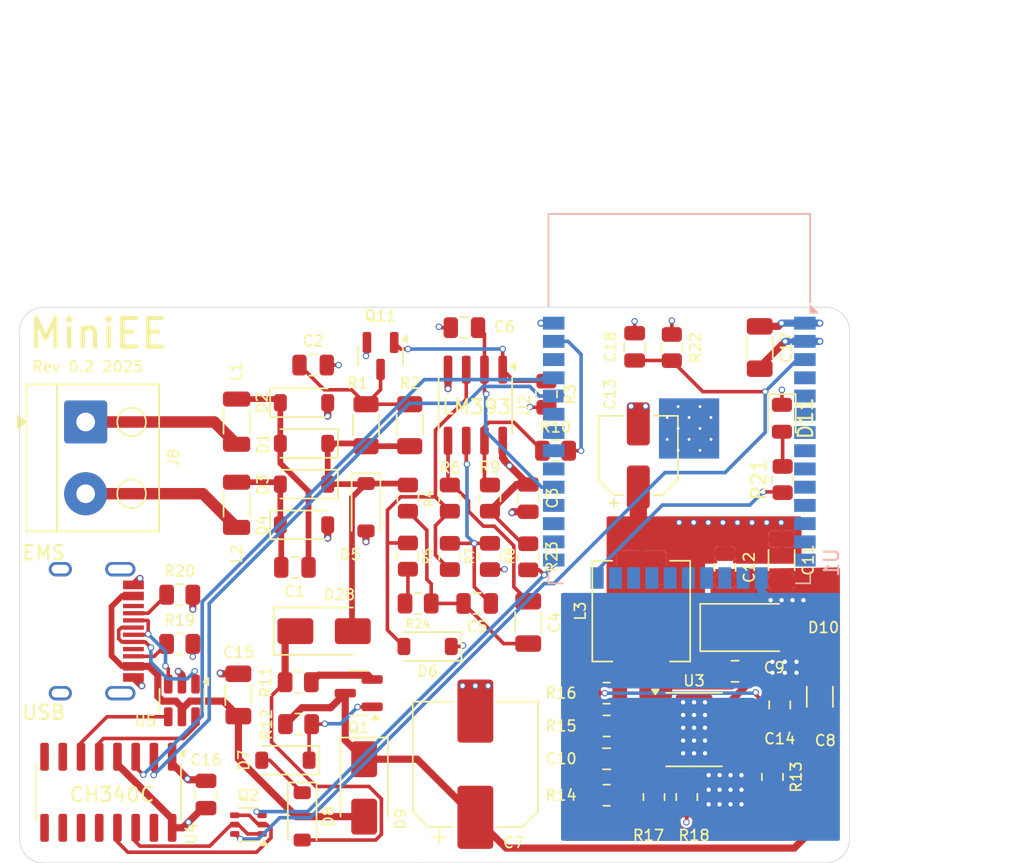
<source format=kicad_pcb>
(kicad_pcb (version 20241229) (generator "pcbnew") (generator_version "9.0")
  (layers (0 "F.Cu" signal) (4 "In1.Cu" power) (6 "In2.Cu" power) (2 "B.Cu" signal) (13 "F.Paste" user) (15 "B.Paste" user) (5 "F.SilkS" user "F.Silkscreen") (7 "B.SilkS" user "B.Silkscreen") (1 "F.Mask" user) (3 "B.Mask" user) (25 "Edge.Cuts" user))
  (net 0 "")
  (net 1 "Net-(D1-A)")
  (net 2 "Net-(D3-A)")
  (net 3 "GND")
  (net 4 "Net-(Q11-C)")
  (net 5 "VDD")
  (net 6 "Net-(U2B-+)")
  (net 7 "Net-(C4-Pad2)")
  (net 8 "Net-(U2B--)")
  (net 9 "TX")
  (net 10 "/EMS interface/BUCK_VIN")
  (net 11 "Net-(U3-BST)")
  (net 12 "Net-(C10-Pad1)")
  (net 13 "Net-(U3-COMP)")
  (net 14 "VUSB")
  (net 15 "/EMS interface/U_EMS")
  (net 16 "/EMS interface/EMS_UREF")
  (net 17 "Net-(D7-A)")
  (net 18 "Net-(D7-K)")
  (net 19 "Net-(D28-K)")
  (net 20 "Net-(J8-Pin_2)")
  (net 21 "Net-(J8-Pin_1)")
  (net 22 "Net-(Q1-E)")
  (net 23 "Net-(Q2A-B1)")
  (net 24 "Net-(Q2A-E1)")
  (net 25 "ESP_BOOT")
  (net 26 "ESP_EN")
  (net 27 "Net-(Q11-B)")
  (net 28 "Net-(R10-Pad1)")
  (net 29 "RX")
  (net 30 "/EMS interface/BUCK_FREQ")
  (net 31 "/EMS interface/BUCK_EN")
  (net 32 "/EMS interface/BUCK_FB")
  (net 33 "/CC2")
  (net 34 "/CC1")
  (net 36 "ESP_RX")
  (net 43 "Net-(D11-A)")
  (net 52 "Net-(R24-Pad2)")
  (net 63 "ESP_TX")
  (net 69 "/UD+")
  (net 72 "/UD-")
  (net 74 "/DP")
  (net 75 "/DN")
  (net 78 "/EMS interface/BUCK_SW")
  (net 79 "Net-(U1-IO2)")
  (footprint "Resistor_SMD:R_0805_2012Metric" (layer "F.Cu") (at 107.696 92.202 -90)
    (property "Reference" "R3")
    (property "Value" "4K7")
  )
  (footprint "Package_TO_SOT_SMD:SOT-23" (layer "F.Cu") (at 94.615 113.03 180)
    (property "Reference" "Q1")
    (property "Value" "BC858")
  )
  (footprint "Capacitor_SMD:C_0805_2012Metric" (layer "F.Cu") (at 120.838 111.506 180)
    (property "Reference" "C9")
    (property "Value" "100n")
  )
  (footprint "Capacitor_SMD:C_0805_2012Metric" (layer "F.Cu") (at 106.426 99.441 -90)
    (property "Reference" "C3")
    (property "Value" "100n")
  )
  (footprint "Capacitor_SMD:C_0805_2012Metric" (layer "F.Cu") (at 120.142 104.267 -90)
    (property "Reference" "C12")
    (property "Value" "100n")
  )
  (footprint "Diode_SMD:D_SOD-123" (layer "F.Cu") (at 90.805 101.303667)
    (property "Reference" "D4")
    (property "Value" "BAT43")
  )
  (footprint "Capacitor_SMD:C_0805_2012Metric" (layer "F.Cu") (at 123.952 113.853 90)
    (property "Reference" "C14")
    (property "Value" "100n")
  )
  (footprint "TerminalBlock_Altech:Altech_AK100_1x02_P5.00mm" (layer "F.Cu") (at 75.5904 94.136 -90)
    (property "Reference" "J8")
    (property "Value" "EMS")
  )
  (footprint "Capacitor_SMD:C_1206_3216Metric" (layer "F.Cu") (at 86.233 113.157 90)
    (property "Reference" "C15")
    (property "Value" "10u")
  )
  (footprint "Package_SO:SOIC-8_3.9x4.9mm_P1.27mm" (layer "F.Cu") (at 102.743 92.964 -90)
    (property "Reference" "U2")
    (property "Value" "LM393")
  )
  (footprint "Package_TO_SOT_SMD:SOT-23" (layer "F.Cu") (at 96.139 89.535 -90)
    (property "Reference" "Q11")
    (property "Value" "BC848")
  )
  (footprint "Resistor_SMD:R_0805_2012Metric" (layer "F.Cu") (at 103.759 103.505 -90)
    (property "Reference" "R8")
    (property "Value" "100K")
  )
  (footprint "Package_SO:SOIC-16_3.9x9.9mm_P1.27mm" (layer "F.Cu") (at 77.171 119.938189 -90)
    (property "Reference" "U4")
    (property "Value" "CH340C")
  )
  (footprint "Resistor_SMD:R_0805_2012Metric" (layer "F.Cu") (at 98.044 99.441 -90)
    (property "Reference" "R4")
    (property "Value" "10K")
  )
  (footprint "Resistor_SMD:R_0805_2012Metric" (layer "F.Cu") (at 111.887 120.142)
    (property "Reference" "R14")
    (property "Value" "100K")
  )
  (footprint "Resistor_SMD:R_0805_2012Metric" (layer "F.Cu") (at 123.444 118.872 -90)
    (property "Reference" "R13")
    (property "Value" "100K")
  )
  (footprint "Diode_SMD:D_SMA" (layer "F.Cu") (at 121.92 108.458)
    (property "Reference" "D10")
    (property "Value" "SS34")
  )
  (footprint "Resistor_SMD:R_0805_2012Metric" (layer "F.Cu") (at 98.7552 106.7816 180)
    (property "Reference" "R24")
    (property "Value" "33")
  )
  (footprint "LED_SMD:LED_0805_2012Metric" (layer "F.Cu") (at 124.1044 93.8784 -90)
    (property "Reference" "D11")
    (property "Value" "LED")
  )
  (footprint "Capacitor_SMD:C_0805_2012Metric" (layer "F.Cu") (at 101.981 87.565)
    (property "Reference" "C6")
    (property "Value" "10n")
  )
  (footprint "Diode_SMD:D_SOD-123" (layer "F.Cu") (at 90.805 95.631 180)
    (property "Reference" "D1")
    (property "Value" "BAT43")
  )
  (footprint "Inductor_SMD:L_APV_APH0650" (layer "F.Cu") (at 114.3 107.315 90)
    (property "Reference" "L3")
    (property "Value" "4u7")
  )
  (footprint "Resistor_SMD:R_0805_2012Metric" (layer "F.Cu") (at 111.887 115.316 180)
    (property "Reference" "R15")
    (property "Value" "100K")
  )
  (footprint "Resistor_SMD:R_0805_2012Metric" (layer "F.Cu") (at 90.424 115.189)
    (property "Reference" "R12")
    (property "Value" "10K")
  )
  (footprint "Diode_SMD:D_SOD-123" (layer "F.Cu") (at 89.5096 117.7036 180)
    (property "Reference" "D7")
    (property "Value" "1N4148")
  )
  (footprint "Resistor_SMD:R_0805_2012Metric" (layer "F.Cu") (at 100.965 99.441 -90)
    (property "Reference" "R6")
    (property "Value" "47K")
  )
  (footprint "Resistor_SMD:R_0805_2012Metric" (layer "F.Cu") (at 100.965 103.505 -90)
    (property "Reference" "R7")
    (property "Value" "10K")
  )
  (footprint "Resistor_SMD:R_0805_2012Metric" (layer "F.Cu") (at 103.759 99.441 90)
    (property "Reference" "R9")
    (property "Value" "4K7")
  )
  (footprint "Package_SO:SOIC-8_3.9x4.9mm_P1.27mm" (layer "F.Cu") (at 117.983 115.57)
    (property "Reference" "U3")
    (property "Value" "MP1584")
  )
  (footprint "Capacitor_SMD:C_1206_3216Metric" (layer "F.Cu") (at 126.746 113.284 90)
    (property "Reference" "C8")
    (property "Value" "22u")
  )
  (footprint "Resistor_SMD:R_0805_2012Metric" (layer "F.Cu") (at 111.887 113.03)
    (property "Reference" "R16")
    (property "Value" "100K")
  )
  (footprint "Capacitor_SMD:C_1206_3216Metric" (layer "F.Cu") (at 124.079 103.759 -90)
    (property "Reference" "C11")
    (property "Value" "47u")
  )
  (footprint "Resistor_SMD:R_0805_2012Metric" (layer "F.Cu") (at 90.4005 112.268 180)
    (property "Reference" "R11")
    (property "Value" "6R8")
  )
  (footprint "Diode_SMD:D_SOD-123" (layer "F.Cu") (at 90.805 92.794667)
    (property "Reference" "D2")
    (property "Value" "BAT43")
  )
  (footprint "Resistor_SMD:R_0805_2012Metric" (layer "F.Cu") (at 116.4336 88.9508 -90)
    (property "Reference" "R22")
    (property "Value" "10K")
  )
  (footprint "Capacitor_SMD:C_0805_2012Metric" (layer "F.Cu") (at 90.17 104.267 180)
    (property "Reference" "C1")
    (property "Value" "68p")
  )
  (footprint "Capacitor_SMD:C_0805_2012Metric" (layer "F.Cu") (at 91.44 90.17)
    (property "Reference" "C2")
    (property "Value" "1n5")
  )
  (footprint "Diode_SMD:D_SOD-123" (layer "F.Cu") (at 99.4156 109.7788 180)
    (property "Reference" "D6")
    (property "Value" "1N4148")
  )
  (footprint "Resistor_SMD:R_1206_3216Metric" (layer "F.Cu") (at 95.123 94.361 90)
    (property "Reference" "R1")
    (property "Value" "470")
  )
  (footprint "Capacitor_SMD:C_0805_2012Metric" (layer "F.Cu") (at 113.8428 88.9 90)
    (property "Reference" "C18")
    (property "Value" "1u")
  )
  (footprint "Resistor_SMD:R_0805_2012Metric" (layer "F.Cu") (at 115.189 120.269 -90)
    (property "Reference" "R17")
    (property "Value" "8K2")
  )
  (footprint "Capacitor_SMD:C_0805_2012Metric" (layer "F.Cu") (at 83.9724 120.0912 90)
    (property "Reference" "C16")
    (property "Value" "100n")
  )
  (footprint "Resistor_SMD:R_0805_2012Metric" (layer "F.Cu") (at 108.331 96.139)
    (property "Reference" "R10")
    (property "Value" "100")
  )
  (footprint "Capacitor_SMD:CP_Elec_5x5.4" (layer "F.Cu") (at 114.0968 96.4692 90)
    (property "Reference" "C13")
    (property "Value" "100u")
  )
  (footprint "Diode_SMD:D_SOD-123" (layer "F.Cu") (at 90.678 121.6152 -90)
    (property "Reference" "D8")
    (property "Value" "1N4148")
  )
  (footprint "Resistor_SMD:R_0805_2012Metric" (layer "F.Cu") (at 124.1552 98.1456 90)
    (property "Reference" "R21")
    (property "Value" "220")
  )
  (footprint "Capacitor_SMD:CP_Elec_8x10.5" (layer "F.Cu") (at 102.743 117.983 90)
    (property "Reference" "C7")
    (property "Value" "330u")
  )
  (footprint "Capacitor_SMD:C_0805_2012Metric" (layer "F.Cu") (at 111.887 117.602)
    (property "Reference" "C10")
    (property "Value" "120p")
  )
  (footprint "Resistor_SMD:R_0805_2012Metric" (layer "F.Cu") (at 82.1455 106.172)
    (property "Reference" "R20")
    (property "Value" "5K1")
  )
  (footprint "Capacitor_SMD:C_0805_2012Metric" (layer "F.Cu") (at 102.87 106.7816)
    (property "Reference" "C5")
    (property "Value" "1n")
  )
  (footprint "Inductor_SMD:L_1206_3216Metric" (layer "F.Cu") (at 86.106 94.115667 90)
    (property "Reference" "L1")
    (property "Value" "4u7")
  )
  (footprint "Capacitor_SMD:C_1206_3216Metric" (layer "F.Cu") (at 122.555 88.949 -90)
    (property "Reference" "C17")
    (property "Value" "22u")
  )
  (footprint "spetry:HRO-TYPE-C-31-M-12" (layer "F.Cu") (at 71.226 108.712 -90)
    (property "Reference" "USB1" (hide yes))
    (property "Value" "POWER" (hide yes))
  )
  (footprint "Diode_SMD:D_SMA" (layer "F.Cu") (at 92.202 108.712)
    (property "Reference" "D28")
    (property "Value" "SS14")
  )
  (footprint "Resistor_SMD:R_1206_3216Metric" (layer "F.Cu") (at 98.171 94.361 90)
    (property "Reference" "R2")
    (property "Value" "470")
  )
  (footprint "Capacitor_SMD:C_1206_3216Metric" (layer "F.Cu") (at 106.426 108.1024 -90)
    (property "Reference" "C4")
    (property "Value" "10u")
  )
  (footprint "Diode_SMD:D_SMA" (layer "F.Cu") (at 94.996 119.634 -90)
    (property "Reference" "D9")
    (property "Value" "SS14")
  )
  (footprint "Resistor_SMD:R_0805_2012Metric" (layer "F.Cu") (at 82.1455 109.601)
    (property "Reference" "R19")
    (property "Value" "5K1")
  )
  (footprint "Resistor_SMD:R_0805_2012Metric" (layer "F.Cu") (at 98.044 103.4796 90)
    (property "Reference" "R5")
    (property "Value" "330")
  )
  (footprint "Diode_SMD:D_SOD-123" (layer "F.Cu") (at 90.805 98.467334 180)
    (property "Reference" "D3")
    (property "Value" "BAT43")
  )
  (footprint "Resistor_SMD:R_0805_2012Metric" (layer "F.Cu") (at 117.475 120.269 -90)
    (property "Reference" "R18")
    (property "Value" "27K")
  )
  (footprint "Inductor_SMD:L_1206_3216Metric" (layer "F.Cu") (at 86.106 99.906667 90)
    (property "Reference" "L2")
    (property "Value" "4u7")
  )
  (footprint "Package_TO_SOT_SMD:SOT-23-6" (layer "F.Cu") (at 82.296 113.538 -90)
    (property "Reference" "U5")
    (property "Value" "USBLC6")
  )
  (footprint "Resistor_SMD:R_0805_2012Metric" (layer "F.Cu") (at 106.426 103.5304 -90)
    (property "Reference" "R23")
    (property "Value" "10K")
  )
  (footprint "Package_TO_SOT_SMD:SOT-363_SC-70-6" (layer "F.Cu") (at 86.929 122.189 180)
    (property "Reference" "Q2")
    (property "Value" "UMH3N")
  )
  (footprint "Diode_SMD:D_SOD-123" (layer "F.Cu") (at 95.123 100.076 -90)
    (property "Reference" "D5")
    (property "Value" "BAT43")
  )
  (footprint "RF_Module:ESP32-WROOM-32" (layer "B.Cu") (at 116.954 95.499 180)
    (property "Reference" "U1")
    (property "Value" "ESP32-WROOM-32")
  )
  (gr_arc (start 70.995381 87.817297) (mid 71.469512 86.632962) (end 72.646173 86.140094) (stroke (width 0.05)) (layer "Edge.Cuts"))
  (gr_line (start 72.654326 86.140094) (end 127.135694 86.140302) (stroke (width 0.05)) (layer "Edge.Cuts"))
  (gr_line (start 70.995212 123.19629) (end 70.995381 87.817297) (stroke (width 0.05)) (layer "Edge.Cuts"))
  (gr_arc (start 72.672376 124.847082) (mid 71.488041 124.372951) (end 70.995173 123.19629) (stroke (width 0.05)) (layer "Edge.Cuts"))
  (gr_line (start 127.161883 124.851267) (end 72.672376 124.847082) (stroke (width 0.05)) (layer "Edge.Cuts"))
  (gr_arc (start 127.13568 86.140302) (mid 128.320015 86.614433) (end 128.812883 87.791094) (stroke (width 0.05)) (layer "Edge.Cuts"))
  (gr_line (start 128.812883 87.799814) (end 128.812675 123.174064) (stroke (width 0.05)) (layer "Edge.Cuts"))
  (gr_arc (start 128.812675 123.174064) (mid 128.338544 124.358399) (end 127.161883 124.851267) (stroke (width 0.05)) (layer "Edge.Cuts"))
  (gr_text "MiniEE" (at 71.473717 89.144238 0) (layer "F.SilkS") (effects (font (size 2 2) (thickness 0.3)) (justify left bottom)))
  (gr_text "EMS" (at 71.0692 103.8352 0) (layer "F.SilkS") (effects (font (size 1 1)) (justify left bottom)))
  (gr_text "LM393" (at 100.33 93.6752 0) (layer "F.SilkS") (effects (font (size 1 1)) (justify left bottom)))
  (gr_text "USB" (at 71.0692 114.9604 0) (layer "F.SilkS") (effects (font (size 1 1)) (justify left bottom)))
  (gr_text "Rev 0.2 2025" (at 71.778517 90.719038 0) (layer "F.SilkS") (effects (font (size 0.75 0.75) (thickness 0.12)) (justify left bottom)))
  (gr_text "CH340C" (at 74.377 120.685989 0) (layer "F.SilkS") (effects (font (size 1 1)) (justify left bottom)))
  (segment (start 89.155 95.631) (end 89.155 92.794667) (width 0.4) (layer "F.Cu") (net 1))
  (segment (start 89.155 97.011158) (end 89.155 95.631) (width 0.4) (layer "F.Cu") (net 1))
  (segment (start 91.12 104.267) (end 91.12 98.976158) (width 0.4) (layer "F.Cu") (net 1))
  (segment (start 86.106 92.540667) (end 88.901 92.540667) (width 0.4) (layer "F.Cu") (net 1))
  (segment (start 88.901 92.540667) (end 89.155 92.794667) (width 0.4) (layer "F.Cu") (net 1))
  (segment (start 91.12 98.976158) (end 89.155 97.011158) (width 0.4) (layer "F.Cu") (net 1))
  (segment (start 89.019333 98.331667) (end 89.155 98.467334) (width 0.4) (layer "F.Cu") (net 2))
  (segment (start 89.22 101.368667) (end 89.155 101.303667) (width 0.4) (layer "F.Cu") (net 2))
  (segment (start 86.106 98.331667) (end 89.019333 98.331667) (width 0.4) (layer "F.Cu") (net 2))
  (segment (start 89.155 101.303667) (end 89.155 98.467334) (width 0.4) (layer "F.Cu") (net 2))
  (segment (start 89.22 104.267) (end 89.22 101.368667) (width 0.4) (layer "F.Cu") (net 2))
  (segment (start 124.1044 92.9409) (end 124.1044 91.8972) (width 0.25) (layer "F.Cu") (net 3))
  (segment (start 83.9724 119.1412) (end 83.8962 119.065) (width 0.5) (layer "F.Cu") (net 3))
  (segment (start 92.39 90.17) (end 93.218 90.17) (width 0.25) (layer "F.Cu") (net 3))
  (segment (start 82.296 112.4005) (end 82.296 111.76) (width 0.5) (layer "F.Cu") (net 3))
  (segment (start 92.455 102.234) (end 92.456 102.235) (width 0.5) (layer "F.Cu") (net 3))
  (segment (start 122.555 87.474) (end 123.854 87.474) (width 0.5) (layer "F.Cu") (net 3))
  (segment (start 81.616 117.463189) (end 81.616 117.938) (width 0.5) (layer "F.Cu") (net 3))
  (segment (start 82.296 111.76) (end 82.042 111.506) (width 0.5) (layer "F.Cu") (net 3))
  (segment (start 78.921 105.487) (end 78.921 105.483) (width 0.5) (layer "F.Cu") (net 3))
  (segment (start 105.349 100.391) (end 105.283 100.457) (width 0.5) (layer "F.Cu") (net 3))
  (segment (start 106.426 100.391) (end 105.349 100.391) (width 0.5) (layer "F.Cu") (net 3))
  (segment (start 100.265 87.565) (end 100.203 87.503) (width 0.25) (layer "F.Cu") (net 3))
  (segment (start 78.921 105.483) (end 79.375 105.029) (width 0.5) (layer "F.Cu") (net 3))
  (segment (start 86.233 111.682) (end 85.012 111.682) (width 0.5) (layer "F.Cu") (net 3))
  (segment (start 78.921 111.941) (end 79.502 112.522) (width 0.5) (layer "F.Cu") (net 3))
  (segment (start 104.7515 104.4175) (end 104.775 104.394) (width 0.25) (layer "F.Cu") (net 3))
  (segment (start 83.058 106.172) (end 83.058 107.188) (width 0.5) (layer "F.Cu") (net 3))
  (segment (start 101.031 87.565) (end 100.265 87.565) (width 0.25) (layer "F.Cu") (net 3))
  (segment (start 100.838 90.489) (end 100.838 91.821) (width 0.5) (layer "F.Cu") (net 3))
  (segment (start 101.822736 109.7788) (end 101.889168 109.712368) (width 0.25) (layer "F.Cu") (net 3))
  (segment (start 92.455 101.303667) (end 92.455 102.234) (width 0.5) (layer "F.Cu") (net 3))
  (segment (start 95.189 88.5975) (end 95.189 89.469) (width 0.25) (layer "F.Cu") (net 3))
  (segment (start 123.854 87.474) (end 124.079 87.249) (width 0.5) (layer "F.Cu") (net 3))
  (segment (start 85.012 111.682) (end 84.963 111.633) (width 0.5) (layer "F.Cu") (net 3))
  (segment (start 83.8962 119.065) (end 82.743 119.065) (width 0.5) (layer "F.Cu") (net 3))
  (segment (start 95.189 89.469) (end 95.123 89.535) (width 0.25) (layer "F.Cu") (net 3))
  (segment (start 81.616 117.938) (end 82.677 118.999) (width 0.5) (layer "F.Cu") (net 3))
  (segment (start 95.123 101.726) (end 95.123 102.489) (width 0.5) (layer "F.Cu") (net 3))
  (segment (start 113.8428 87.95) (end 113.8428 87.122) (width 0.25) (layer "F.Cu") (net 3))
  (segment (start 101.0656 109.7788) (end 101.822736 109.7788) (width 0.25) (layer "F.Cu") (net 3))
  (segment (start 78.921 111.937) (end 78.921 111.941) (width 0.5) (layer "F.Cu") (net 3))
  (segment (start 92.455 92.794667) (end 92.455 93.725) (width 0.5) (layer "F.Cu") (net 3))
  (segment (start 92.455 93.725) (end 92.456 93.726) (width 0.5) (layer "F.Cu") (net 3))
  (segment (start 103.759 104.4175) (end 104.7515 104.4175) (width 0.25) (layer "F.Cu") (net 3))
  (segment (start 83.058 109.601) (end 83.058 110.49) (width 0.25) (layer "F.Cu") (net 3))
  (segment (start 82.743 119.065) (end 82.677 118.999) (width 0.5) (layer "F.Cu") (net 3))
  (via (at 118.745 115.443) (size 0.45) (drill 0.3) (layers "F.Cu" "B.Cu") (net 3))
  (via (at 79.502 112.522) (size 0.45) (drill 0.3) (layers "F.Cu" "B.Cu") (net 3))
  (via (at 118.745 114.554) (size 0.45) (drill 0.3) (layers "F.Cu" "B.Cu") (net 3))
  (via (at 103.632 112.522) (size 0.45) (drill 0.3) (layers "F.Cu" "B.Cu") (net 3))
  (via (at 117.221 115.443) (size 0.45) (drill 0.3) (layers "F.Cu" "B.Cu") (net 3))
  (via (at 125.603 106.553) (size 0.45) (drill 0.3) (layers "F.Cu" "B.Cu") (net 3))
  (via (at 117.221 116.332) (size 0.45) (drill 0.3) (layers "F.Cu" "B.Cu") (net 3))
  (via (at 123.444 110.8456) (size 0.45) (drill 0.3) (layers "F.Cu" "B.Cu") (net 3))
  (via (at 82.677 118.999) (size 0.45) (drill 0.3) (layers "F.Cu" "B.Cu") (net 3))
  (via (at 101.854 112.522) (size 0.45) (drill 0.3) (layers "F.Cu" "B.Cu") (net 3))
  (via (at 117.983 117.221) (size 0.45) (drill 0.3) (layers "F.Cu" "B.Cu") (net 3))
  (via (at 102.743 112.522) (size 0.45) (drill 0.3) (layers "F.Cu" "B.Cu") (net 3))
  (via (at 118.745 113.665) (size 0.45) (drill 0.3) (layers "F.Cu" "B.Cu") (net 3))
  (via (at 117.221 117.221) (size 0.45) (drill 0.3) (layers "F.Cu" "B.Cu") (net 3))
  (via (at 101.889168 109.712368) (size 0.45) (drill 0.3) (layers "F.Cu" "B.Cu") (net 3))
  (via (at 121.285 119.761) (size 0.45) (drill 0.3) (layers "F.Cu" "B.Cu") (net 3))
  (via (at 119.761 118.745) (size 0.45) (drill 0.3) (layers "F.Cu" "B.Cu") (net 3))
  (via (at 100.203 87.503) (size 0.45) (drill 0.3) (layers "F.Cu" "B.Cu") (net 3))
  (via (at 117.983 115.443) (size 0.45) (drill 0.3) (layers "F.Cu" "B.Cu") (net 3))
  (via (at 113.5888 93.0402) (size 0.45) (drill 0.3) (layers "F.Cu" "B.Cu") (net 3))
  (via (at 124.841 106.553) (size 0.45) (drill 0.3) (layers "F.Cu" "B.Cu") (net 3))
  (via (at 124.3076 111.6076) (size 0.45) (drill 0.3) (layers "F.Cu" "B.Cu") (net 3))
  (via (at 84.963 111.633) (size 0.45) (drill 0.3) (layers "F.Cu" "B.Cu") (net 3))
  (via (at 125.1204 110.8456) (size 0.45) (drill 0.3) (layers "F.Cu" "B.Cu") (net 3))
  (via (at 92.456 93.726) (size 0.45) (drill 0.3) (layers "F.Cu" "B.Cu") (net 3))
  (via (at 118.999 118.745) (size 0.45) (drill 0.3) (layers "F.Cu" "B.Cu") (net 3))
  (via (at 83.058 107.188) (size 0.45) (drill 0.3) (layers "F.Cu" "B.Cu") (net 3))
  (via (at 120.523 119.761) (size 0.45) (drill 0.3) (layers "F.Cu" "B.Cu") (net 3))
  (via (at 93.218 90.17) (size 0.45) (drill 0.3) (layers "F.Cu" "B.Cu") (net 3))
  (via (at 120.523 120.777) (size 0.45) (drill 0.3) (layers "F.Cu" "B.Cu") (net 3))
  (via (at 124.1044 91.8972) (size 0.45) (drill 0.3) (layers "F.Cu" "B.Cu") (net 3))
  (via (at 95.123 89.535) (size 0.45) (drill 0.3) (layers "F.Cu" "B.Cu") (net 3))
  (via (at 83.058 110.49) (size 0.45) (drill 0.3) (layers "F.Cu" "B.Cu") (net 3))
  (via (at 117.221 114.554) (size 0.45) (drill 0.3) (layers "F.Cu" "B.Cu") (net 3))
  (via (at 124.079 106.553) (size 0.45) (drill 0.3) (layers "F.Cu" "B.Cu") (net 3))
  (via (at 119.761 119.761) (size 0.45) (drill 0.3) (layers "F.Cu" "B.Cu") (net 3))
  (via (at 118.999 120.777) (size 0.45) (drill 0.3) (layers "F.Cu" "B.Cu") (net 3))
  (via (at 82.042 111.506) (size 0.45) (drill 0.3) (layers "F.Cu" "B.Cu") (net 3))
  (via (at 79.375 105.029) (size 0.45) (drill 0.3) (layers "F.Cu" "B.Cu") (net 3))
  (via (at 100.838 91.821) (size 0.45) (drill 0.3) (layers "F.Cu" "B.Cu") (net 3))
  (via (at 126.746 87.249) (size 0.45) (drill 0.3) (layers "F.Cu" "B.Cu") (net 3))
  (via (at 105.283 100.457) (size 0.45) (drill 0.3) (layers "F.Cu" "B.Cu") (net 3))
  (via (at 95.123 102.489) (size 0.45) (drill 0.3) (layers "F.Cu" "B.Cu") (net 3))
  (via (at 118.745 117.221) (size 0.45) (drill 0.3) (layers "F.Cu" "B.Cu") (net 3))
  (via (at 117.983 116.332) (size 0.45) (drill 0.3) (layers "F.Cu" "B.Cu") (net 3))
  (via (at 114.6048 93.0402) (size 0.45) (drill 0.3) (layers "F.Cu" "B.Cu") (net 3))
  (via (at 119.761 120.777) (size 0.45) (drill 0.3) (layers "F.Cu" "B.Cu") (net 3))
  (via (at 125.1204 111.6076) (size 0.45) (drill 0.3) (layers "F.Cu" "B.Cu") (net 3))
  (via (at 124.079 87.249) (size 0.45) (drill 0.3) (layers "F.Cu" "B.Cu") (net 3))
  (via (at 104.775 104.394) (size 0.45) (drill 0.3) (layers "F.Cu" "B.Cu") (net 3))
  (via (at 117.221 113.665) (size 0.45) (drill 0.3) (layers "F.Cu" "B.Cu") (net 3))
  (via (at 92.456 102.235) (size 0.45) (drill 0.3) (layers "F.Cu" "B.Cu") (net 3))
  (via (at 117.983 114.554) (size 0.45) (drill 0.3) (layers "F.Cu" "B.Cu") (net 3))
  (via (at 107.315 87.249) (size 0.45) (drill 0.3) (layers "F.Cu" "B.Cu") (net 3))
  (via (at 123.317 106.553) (size 0.45) (drill 0.3) (layers "F.Cu" "B.Cu") (net 3))
  (via (at 121.285 118.745) (size 0.45) (drill 0.3) (layers "F.Cu" "B.Cu") (net 3))
  (via (at 118.999 119.761) (size 0.45) (drill 0.3) (layers "F.Cu" "B.Cu") (net 3))
  (via (at 118.745 116.332) (size 0.45) (drill 0.3) (layers "F.Cu" "B.Cu") (net 3))
  (via (at 117.983 113.665) (size 0.45) (drill 0.3) (layers "F.Cu" "B.Cu") (net 3))
  (via (at 113.8428 87.122) (size 0.45) (drill 0.3) (layers "F.Cu" "B.Cu") (net 3))
  (via (at 121.285 120.777) (size 0.45) (drill 0.3) (layers "F.Cu" "B.Cu") (net 3))
  (via (at 124.3076 110.8456) (size 0.45) (drill 0.3) (layers "F.Cu" "B.Cu") (net 3))
  (via (at 123.444 111.6076) (size 0.45) (drill 0.3) (layers "F.Cu" "B.Cu") (net 3))
  (via (at 120.523 118.745) (size 0.45) (drill 0.3) (layers "F.Cu" "B.Cu") (net 3))
  (segment (start 122.664 105.009) (end 122.664 105.9) (width 0.5) (layer "B.Cu") (net 3))
  (segment (start 124.079 87.249) (end 125.704 87.249) (width 0.5) (layer "B.Cu") (net 3))
  (segment (start 107.315 87.249) (end 108.204 87.249) (width 0.5) (layer "B.Cu") (net 3))
  (segment (start 125.704 87.249) (end 126.746 87.249) (width 0.5) (layer "B.Cu") (net 3))
  (segment (start 122.664 105.9) (end 123.317 106.553) (width 0.5) (layer "B.Cu") (net 3))
  (segment (start 96.139 91.8825) (end 95.123 92.8985) (width 0.25) (layer "F.Cu") (net 4))
  (segment (start 98.171 92.8985) (end 95.123 92.8985) (width 0.25) (layer "F.Cu") (net 4))
  (segment (start 95.123 92.8985) (end 94.118167 91.893667) (width 0.25) (layer "F.Cu") (net 4))
  (segment (start 92.213667 91.893667) (end 90.49 90.17) (width 0.25) (layer "F.Cu") (net 4))
  (segment (start 96.139 90.4725) (end 96.139 91.8825) (width 0.25) (layer "F.Cu") (net 4))
  (segment (start 94.118167 91.893667) (end 92.213667 91.893667) (width 0.25) (layer "F.Cu") (net 4))
  (segment (start 83.7336 121.0412) (end 82.7532 122.0216) (width 0.5) (layer "F.Cu") (net 5))
  (segment (start 105.123 97.188) (end 104.775 96.84) (width 0.5) (layer "F.Cu") (net 5))
  (segment (start 105.6215 98.491) (end 106.426 98.491) (width 0.5) (layer "F.Cu") (net 5))
  (segment (start 104.775 96.774) (end 104.648 96.647) (width 0.5) (layer "F.Cu") (net 5))
  (segment (start 117.475 121.1815) (end 117.475 121.9962) (width 0.25) (layer "F.Cu") (net 5))
  (segment (start 103.759 100.3535) (end 105.6215 98.491) (width 0.5) (layer "F.Cu") (net 5))
  (segment (start 81.616 121.796933) (end 77.806 117.986933) (width 0.5) (layer "F.Cu") (net 5))
  (segment (start 104.648 96.647) (end 104.648 95.439) (width 0.5) (layer "F.Cu") (net 5))
  (segment (start 117.475 121.9962) (end 117.4496 122.0216) (width 0.25) (layer "F.Cu") (net 5))
  (segment (start 82.361611 122.413189) (end 82.7532 122.0216) (width 0.5) (layer "F.Cu") (net 5))
  (segment (start 104.775 96.84) (end 104.775 96.774) (width 0.5) (layer "F.Cu") (net 5))
  (segment (start 106.426 98.491) (end 105.123 97.188) (width 0.5) (layer "F.Cu") (net 5))
  (segment (start 81.616 122.413189) (end 82.361611 122.413189) (width 0.5) (layer "F.Cu") (net 5))
  (segment (start 106.426 102.6179) (end 106.0234 102.6179) (width 0.25) (layer "F.Cu") (net 5))
  (segment (start 81.616 122.413189) (end 81.616 121.796933) (width 0.5) (layer "F.Cu") (net 5))
  (segment (start 83.9724 121.0412) (end 83.7336 121.0412) (width 0.5) (layer "F.Cu") (net 5))
  (segment (start 106.5765 93.1145) (end 106.553 93.091) (width 0.25) (layer "F.Cu") (net 5))
  (segment (start 116.4336 88.0383) (end 116.4336 87.0712) (width 0.25) (layer "F.Cu") (net 5))
  (segment (start 106.0234 102.6179) (end 103.759 100.3535) (width 0.25) (layer "F.Cu") (net 5))
  (segment (start 77.806 117.986933) (end 77.806 117.463189) (width 0.5) (layer "F.Cu") (net 5))
  (segment (start 107.696 93.1145) (end 106.5765 93.1145) (width 0.25) (layer "F.Cu") (net 5))
  (segment (start 122.555 90.424) (end 122.555 90.297) (width 0.5) (layer "F.Cu") (net 5))
  (segment (start 122.555 90.297) (end 124.333 88.519) (width 0.5) (layer "F.Cu") (net 5))
  (segment (start 114.0968 98.6692) (end 114.0968 101.1428) (width 1.2) (layer "F.Cu") (net 5))
  (via (at 105.123 97.188) (size 0.45) (drill 0.3) (layers "F.Cu" "B.Cu") (net 5))
  (via (at 122.0216 101.1428) (size 0.45) (drill 0.3) (layers "F.Cu" "B.Cu") (net 5))
  (via (at 118.9736 101.1428) (size 0.45) (drill 0.3) (layers "F.Cu" "B.Cu") (net 5))
  (via (at 119.9896 101.1428) (size 0.45) (drill 0.3) (layers "F.Cu" "B.Cu") (net 5))
  (via (at 117.955299 101.138508) (size 0.45) (drill 0.3) (layers "F.Cu" "B.Cu") (net 5))
  (via (at 117.4496 122.0216) (size 0.45) (drill 0.3) (layers "F.Cu" "B.Cu") (net 5))
  (via (at 123.0376 101.1428) (size 0.45) (drill 0.3) (layers "F.Cu" "B.Cu") (net 5))
  (via (at 106.553 93.091) (size 0.45) (drill 0.3) (layers "F.Cu" "B.Cu") (net 5))
  (via (at 82.7532 122.0216) (size 0.45) (drill 0.3) (layers "F.Cu" "B.Cu") (net 5))
  (via (at 126.746 88.519) (size 0.45) (drill 0.3) (layers "F.Cu" "B.Cu") (net 5))
  (via (at 124.333 88.519) (size 0.45) (drill 0.3) (layers "F.Cu" "B.Cu") (net 5))
  (via (at 116.4336 87.0712) (size 0.45) (drill 0.3) (layers "F.Cu" "B.Cu") (net 5))
  (via (at 116.939299 101.138508) (size 0.45) (drill 0.3) (layers "F.Cu" "B.Cu") (net 5))
  (via (at 121.0056 101.1428) (size 0.45) (drill 0.3) (layers "F.Cu" "B.Cu") (net 5))
  (via (at 124.0536 101.1428) (size 0.45) (drill 0.3) (layers "F.Cu" "B.Cu") (net 5))
  (segment (start 125.704 88.519) (end 126.746 88.519) (width 0.5) (layer "B.Cu") (net 5))
  (segment (start 124.333 88.519) (end 125.704 88.519) (width 0.5) (layer "B.Cu") (net 5))
  (segment (start 105.425 105.6264) (end 105.425 102.75984) (width 0.25) (layer "F.Cu") (net 6))
  (segment (start 103.30364 101.3968) (end 102.2604 100.35356) (width 0.25) (layer "F.Cu") (net 6))
  (segment (start 105.425 102.75984) (end 104.06196 101.3968) (width 0.25) (layer "F.Cu") (net 6))
  (segment (start 100.838 95.439) (end 100.838 98.4015) (width 0.25) (layer "F.Cu") (net 6))
  (segment (start 102.2604 100.35356) (end 102.2604 99.6188) (width 0.25) (layer "F.Cu") (net 6))
  (segment (start 102.2604 99.6188) (end 101.1701 98.5285) (width 0.25) (layer "F.Cu") (net 6))
  (segment (start 104.06196 101.3968) (end 103.30364 101.3968) (width 0.25) (layer "F.Cu") (net 6))
  (segment (start 101.1701 98.5285) (end 100.965 98.5285) (width 0.25) (layer "F.Cu") (net 6))
  (segment (start 106.426 106.6274) (end 105.425 105.6264) (width 0.25) (layer "F.Cu") (net 6))
  (segment (start 100.838 98.4015) (end 100.965 98.5285) (width 0.25) (layer "F.Cu") (net 6))
  (segment (start 99.3648 101.6743) (end 98.044 100.3535) (width 0.25) (layer "F.Cu") (net 7))
  (segment (start 99.6677 106.7816) (end 99.6677 105.4081) (width 0.25) (layer "F.Cu") (net 7))
  (segment (start 101.92 106.7816) (end 99.6677 106.7816) (width 0.25) (layer "F.Cu") (net 7))
  (segment (start 99.3648 105.1052) (end 99.3648 101.6743) (width 0.25) (layer "F.Cu") (net 7))
  (segment (start 99.6677 105.4081) (end 99.3648 105.1052) (width 0.25) (layer "F.Cu") (net 7))
  (segment (start 104.7158 109.5774) (end 101.92 106.7816) (width 0.25) (layer "F.Cu") (net 7))
  (segment (start 106.426 109.5774) (end 104.7158 109.5774) (width 0.25) (layer "F.Cu") (net 7))
  (segment (start 103.759 102.5925) (end 102.6668 102.5925) (width 0.25) (layer "F.Cu") (net 8))
  (segment (start 102.108 95.439) (end 102.108 97.028) (width 0.25) (layer "F.Cu") (net 8))
  (segment (start 102.108 97.028) (end 102.1588 97.0788) (width 0.25) (layer "F.Cu") (net 8))
  (segment (start 102.6668 105.6284) (end 102.6668 102.5925) (width 0.25) (layer "F.Cu") (net 8))
  (segment (start 102.6668 102.5925) (end 100.965 102.5925) (width 0.25) (layer "F.Cu") (net 8))
  (segment (start 103.82 106.7816) (end 102.6668 105.6284) (width 0.25) (layer "F.Cu") (net 8))
  (via (at 102.6668 102.5925) (size 0.45) (drill 0.3) (layers "F.Cu" "B.Cu") (net 8))
  (via (at 102.1588 97.0788) (size 0.45) (drill 0.3) (layers "F.Cu" "B.Cu") (net 8))
  (segment (start 102.1588 102.0845) (end 102.6668 102.5925) (width 0.25) (layer "B.Cu") (net 8))
  (segment (start 102.1588 97.0788) (end 102.1588 102.0845) (width 0.25) (layer "B.Cu") (net 8))
  (segment (start 103.378 90.489) (end 103.378 92.058) (width 0.25) (layer "F.Cu") (net 9))
  (segment (start 103.378 89.027) (end 103.378 88.012) (width 0.25) (layer "F.Cu") (net 9))
  (segment (start 103.378 92.058) (end 103.505 92.185) (width 0.25) (layer "F.Cu") (net 9))
  (segment (start 103.378 88.012) (end 102.931 87.565) (width 0.25) (layer "F.Cu") (net 9))
  (segment (start 103.378 90.489) (end 103.378 89.027) (width 0.25) (layer "F.Cu") (net 9))
  (via (at 103.505 92.185) (size 0.45) (drill 0.3) (layers "F.Cu" "B.Cu") (net 9))
  (segment (start 107.357877 98.679) (end 103.462939 94.784061) (width 0.25) (layer "B.Cu") (net 9))
  (segment (start 108.204 98.679) (end 107.357877 98.679) (width 0.25) (layer "B.Cu") (net 9))
  (segment (start 103.462939 92.227061) (end 103.462939 94.784061) (width 0.25) (layer "B.Cu") (net 9))
  (segment (start 103.505 92.185) (end 103.462939 92.227061) (width 0.25) (layer "B.Cu") (net 9))
  (segment (start 120.458 114.935) (end 122.809 114.935) (width 0.8) (layer "F.Cu") (net 10))
  (segment (start 122.809 114.935) (end 123.82 114.935) (width 0.8) (layer "F.Cu") (net 10))
  (segment (start 102.743 121.683) (end 104.885 123.825) (width 0.5) (layer "F.Cu") (net 10))
  (segment (start 98.694 117.634) (end 94.996 117.634) (width 0.5) (layer "F.Cu") (net 10))
  (segment (start 126.746 114.759) (end 123.996 114.759) (width 0.8) (layer "F.Cu") (net 10))
  (segment (start 124.968 123.825) (end 126.746 122.047) (width 0.5) (layer "F.Cu") (net 10))
  (segment (start 104.885 123.825) (end 124.968 123.825) (width 0.5) (layer "F.Cu") (net 10))
  (segment (start 123.82 114.935) (end 123.952 114.803) (width 0.8) (layer "F.Cu") (net 10))
  (segment (start 122.2756 112.9792) (end 122.2756 113.1266) (width 0.25) (layer "F.Cu") (net 10))
  (segment (start 92.6615 114.046) (end 93.6775 113.03) (width 0.5) (layer "F.Cu") (net 10))
  (segment (start 90.6545 114.046) (end 92.6615 114.046) (width 0.5) (layer "F.Cu") (net 10))
  (segment (start 89.5115 115.189) (end 90.6545 114.046) (width 0.5) (layer "F.Cu") (net 10))
  (segment (start 110.9745 113.03) (end 111.76 113.03) (width 0.25) (layer "F.Cu") (net 10))
  (segment (start 122.2756 113.1266) (end 123.952 114.803) (width 0.25) (layer "F.Cu") (net 10))
  (segment (start 123.996 114.759) (end 123.952 114.803) (width 0.8) (layer "F.Cu") (net 10))
  (segment (start 126.746 122.047) (end 126.746 114.759) (width 0.5) (layer "F.Cu") (net 10))
  (segment (start 102.743 121.683) (end 98.694 117.634) (width 0.5) (layer "F.Cu") (net 10))
  (segment (start 94.996 117.634) (end 93.6775 116.3155) (width 0.5) (layer "F.Cu") (net 10))
  (segment (start 93.6775 116.3155) (end 93.6775 113.03) (width 0.5) (layer "F.Cu") (net 10))
  (via (at 122.2756 112.9792) (size 0.45) (drill 0.3) (layers "F.Cu" "B.Cu") (net 10))
  (via (at 111.76 113.03) (size 0.45) (drill 0.3) (layers "F.Cu" "B.Cu") (net 10))
  (segment (start 111.76 113.03) (end 120.904 113.03) (width 0.25) (layer "B.Cu") (net 10))
  (segment (start 120.904 113.03) (end 122.2248 113.03) (width 0.25) (layer "B.Cu") (net 10))
  (segment (start 122.2248 113.03) (end 122.2756 112.9792) (width 0.25) (layer "B.Cu") (net 10))
  (segment (start 121.788 111.506) (end 121.788 112.335) (width 0.5) (layer "F.Cu") (net 11))
  (segment (start 121.788 112.335) (end 120.458 113.665) (width 0.5) (layer "F.Cu") (net 11))
  (segment (start 110.937 117.602) (end 110.937 120.1045) (width 0.5) (layer "F.Cu") (net 12))
  (segment (start 110.937 120.1045) (end 110.9745 120.142) (width 0.5) (layer "F.Cu") (net 12))
  (segment (start 114.234 116.205) (end 112.837 117.602) (width 0.5) (layer "F.Cu") (net 13))
  (segment (start 115.508 116.205) (end 114.234 116.205) (width 0.5) (layer "F.Cu") (net 13))
  (segment (start 81.869999 113.587) (end 82.296 114.013001) (width 0.5) (layer "F.Cu") (net 14))
  (segment (start 77.394 110.42257) (end 77.394 107.00143) (width 0.4) (layer "F.Cu") (net 14))
  (segment (start 82.296 114.144256) (end 82.853256 113.587) (width 0.5) (layer "F.Cu") (net 14))
  (segment (start 90.263112 121.634) (end 94.996 121.634) (width 0.5) (layer "F.Cu") (net 14))
  (segment (start 78.13343 106.262) (end 78.921 106.262) (width 0.4) (layer "F.Cu") (net 14))
  (segment (start 82.853256 113.587) (end 85.188 113.587) (width 0.5) (layer "F.Cu") (net 14))
  (segment (start 85.188 113.587) (end 86.233 114.632) (width 0.5) (layer "F.Cu") (net 14))
  (segment (start 80.023 111.162) (end 80.62 111.759) (width 0.5) (layer "F.Cu") (net 14))
  (segment (start 82.296 114.013001) (end 82.296 114.6755) (width 0.5) (layer "F.Cu") (net 14))
  (segment (start 82.296 114.6755) (end 82.296 114.144256) (width 0.5) (layer "F.Cu") (net 14))
  (segment (start 78.921 111.162) (end 78.13343 111.162) (width 0.4) (layer "F.Cu") (net 14))
  (segment (start 86.233 114.632) (end 86.233 117.603888) (width 0.5) (layer "F.Cu") (net 14))
  (segment (start 77.394 107.00143) (end 78.13343 106.262) (width 0.4) (layer "F.Cu") (net 14))
  (segment (start 80.953256 113.587) (end 81.869999 113.587) (width 0.5) (layer "F.Cu") (net 14))
  (segment (start 86.233 117.603888) (end 90.263112 121.634) (width 0.5) (layer "F.Cu") (net 14))
  (segment (start 78.13343 111.162) (end 77.394 110.42257) (width 0.4) (layer "F.Cu") (net 14))
  (segment (start 80.62 111.759) (end 80.62 113.253744) (width 0.5) (layer "F.Cu") (net 14))
  (segment (start 80.62 113.253744) (end 80.953256 113.587) (width 0.5) (layer "F.Cu") (net 14))
  (segment (start 78.921 111.162) (end 80.023 111.162) (width 0.5) (layer "F.Cu") (net 14))
  (segment (start 94.147 108.657) (end 94.147 99.402) (width 0.4) (layer "F.Cu") (net 15))
  (segment (start 97.9415 98.426) (end 98.044 98.5285) (width 0.4) (layer "F.Cu") (net 15))
  (segment (start 95.123 98.426) (end 97.9415 98.426) (width 0.4) (layer "F.Cu") (net 15))
  (segment (start 95.123 95.8235) (end 98.171 95.8235) (width 0.4) (layer "F.Cu") (net 15))
  (segment (start 92.455 98.467334) (end 92.455 96.14) (width 0.4) (layer "F.Cu") (net 15))
  (segment (start 92.455 96.14) (end 92.964 95.631) (width 0.4) (layer "F.Cu") (net 15))
  (segment (start 94.202 108.712) (end 94.147 108.657) (width 0.4) (layer "F.Cu") (net 15))
  (segment (start 94.147 99.402) (end 95.123 98.426) (width 0.4) (layer "F.Cu") (net 15))
  (segment (start 95.081666 98.467334) (end 95.123 98.426) (width 0.4) (layer "F.Cu") (net 15))
  (segment (start 92.455 95.631) (end 92.964 95.631) (width 0.4) (layer "F.Cu") (net 15))
  (segment (start 94.9305 95.631) (end 95.123 95.8235) (width 0.4) (layer "F.Cu") (net 15))
  (segment (start 92.964 95.631) (end 94.9305 95.631) (width 0.4) (layer "F.Cu") (net 15))
  (segment (start 92.455 98.467334) (end 95.081666 98.467334) (width 0.4) (layer "F.Cu") (net 15))
  (segment (start 96.6697 102.5671) (end 96.617 102.5144) (width 0.25) (layer "F.Cu") (net 16))
  (segment (start 99.964 99.3525) (end 97.54634 99.3525) (width 0.25) (layer "F.Cu") (net 16))
  (segment (start 96.617 102.5144) (end 96.617 108.6302) (width 0.25) (layer "F.Cu") (net 16))
  (segment (start 99.964 94.696032) (end 99.964 99.3525) (width 0.25) (layer "F.Cu") (net 16))
  (segment (start 100.965 104.4175) (end 99.964 103.4165) (width 0.25) (layer "F.Cu") (net 16))
  (segment (start 98.044 102.5671) (end 96.6697 102.5671) (width 0.25) (layer "F.Cu") (net 16))
  (segment (start 96.617 108.6302) (end 97.7656 109.7788) (width 0.25) (layer "F.Cu") (net 16))
  (segment (start 97.54634 99.3525) (end 96.617 100.28184) (width 0.25) (layer "F.Cu") (net 16))
  (segment (start 99.964 101.3545) (end 100.965 100.3535) (width 0.25) (layer "F.Cu") (net 16))
  (segment (start 96.617 100.28184) (end 96.617 102.5144) (width 0.25) (layer "F.Cu") (net 16))
  (segment (start 102.108 92.552032) (end 99.964 94.696032) (width 0.25) (layer "F.Cu") (net 16))
  (segment (start 102.108 90.489) (end 102.108 92.552032) (width 0.25) (layer "F.Cu") (net 16))
  (segment (start 99.964 103.4165) (end 99.964 101.3545) (width 0.25) (layer "F.Cu") (net 16))
  (segment (start 99.964 99.3525) (end 100.965 100.3535) (width 0.25) (layer "F.Cu") (net 16))
  (segment (start 90.678 119.9652) (end 88.4164 117.7036) (width 0.25) (layer "F.Cu") (net 17))
  (segment (start 88.4164 117.7036) (end 87.8596 117.7036) (width 0.25) (layer "F.Cu") (net 17))
  (segment (start 94.5388 113.9952) (end 95.5373 113.9952) (width 0.25) (layer "F.Cu") (net 18))
  (segment (start 92.2274 115.189) (end 92.2528 115.1636) (width 0.25) (layer "F.Cu") (net 18))
  (segment (start 95.5373 113.9952) (end 95.5525 113.98) (width 0.25) (layer "F.Cu") (net 18))
  (segment (start 91.3365 115.189) (end 92.2274 115.189) (width 0.25) (layer "F.Cu") (net 18))
  (segment (start 91.1596 117.7036) (end 91.1596 115.3659) (width 0.25) (layer "F.Cu") (net 18))
  (segment (start 91.1596 115.3659) (end 91.3365 115.189) (width 0.25) (layer "F.Cu") (net 18))
  (via (at 94.5388 113.9952) (size 0.45) (drill 0.3) (layers "F.Cu" "B.Cu") (net 18))
  (via (at 92.2528 115.1636) (size 0.45) (drill 0.3) (layers "F.Cu" "B.Cu") (net 18))
  (segment (start 92.2528 115.1636) (end 93.3704 115.1636) (width 0.25) (layer "B.Cu") (net 18))
  (segment (start 93.3704 115.1636) (end 94.5388 113.9952) (width 0.25) (layer "B.Cu") (net 18))
  (segment (start 95.80096 123.2652) (end 96.197 122.86916) (width 0.25) (layer "F.Cu") (net 19))
  (segment (start 90.678 123.2652) (end 95.80096 123.2652) (width 0.25) (layer "F.Cu") (net 19))
  (segment (start 91.63829 119.5324) (end 88.5444 116.43851) (width 0.25) (layer "F.Cu") (net 19))
  (segment (start 96.197 122.86916) (end 96.197 120.39884) (width 0.25) (layer "F.Cu") (net 19))
  (segment (start 89.488 112.268) (end 89.488 109.426) (width 0.5) (layer "F.Cu") (net 19))
  (segment (start 88.5444 116.43851) (end 88.5444 113.2116) (width 0.25) (layer "F.Cu") (net 19))
  (segment (start 89.488 109.426) (end 90.202 108.712) (width 0.5) (layer "F.Cu") (net 19))
  (segment (start 95.33056 119.5324) (end 91.63829 119.5324) (width 0.25) (layer "F.Cu") (net 19))
  (segment (start 96.197 120.39884) (end 95.33056 119.5324) (width 0.25) (layer "F.Cu") (net 19))
  (segment (start 88.5444 113.2116) (end 89.488 112.268) (width 0.25) (layer "F.Cu") (net 19))
  (segment (start 75.5904 99.136) (end 83.760333 99.136) (width 0.8) (layer "F.Cu") (net 20))
  (segment (start 83.760333 99.136) (end 86.106 101.481667) (width 0.8) (layer "F.Cu") (net 20))
  (segment (start 84.551333 94.136) (end 86.106 95.690667) (width 0.8) (layer "F.Cu") (net 21))
  (segment (start 75.5904 94.136) (end 84.551333 94.136) (width 0.8) (layer "F.Cu") (net 21))
  (segment (start 91.313 112.268) (end 91.800999 111.780001) (width 0.5) (layer "F.Cu") (net 22))
  (segment (start 91.800999 111.780001) (end 95.252501 111.780001) (width 0.5) (layer "F.Cu") (net 22))
  (segment (start 95.252501 111.780001) (end 95.5525 112.08) (width 0.5) (layer "F.Cu") (net 22))
  (segment (start 77.806 123.388188) (end 78.533001 124.115189) (width 0.25) (layer "F.Cu") (net 23))
  (segment (start 88.203999 122.189) (end 87.879 122.189) (width 0.25) (layer "F.Cu") (net 23))
  (segment (start 86.98413 121.539) (end 87.63413 122.189) (width 0.25) (layer "F.Cu") (net 23))
  (segment (start 87.497681 124.115189) (end 88.505 123.10787) (width 0.25) (layer "F.Cu") (net 23))
  (segment (start 85.979 121.539) (end 86.98413 121.539) (width 0.25) (layer "F.Cu") (net 23))
  (segment (start 87.63413 122.189) (end 87.879 122.189) (width 0.25) (layer "F.Cu") (net 23))
  (segment (start 88.505 122.490001) (end 88.203999 122.189) (width 0.25) (layer "F.Cu") (net 23))
  (segment (start 77.806 122.413189) (end 77.806 123.388188) (width 0.25) (layer "F.Cu") (net 23))
  (segment (start 78.533001 124.115189) (end 87.497681 124.115189) (width 0.25) (layer "F.Cu") (net 23))
  (segment (start 88.505 123.10787) (end 88.505 122.490001) (width 0.25) (layer "F.Cu") (net 23))
  (segment (start 85.73413 122.189) (end 85.979 122.189) (width 0.25) (layer "F.Cu") (net 24))
  (segment (start 79.076 122.413189) (end 79.076 123.388188) (width 0.25) (layer "F.Cu") (net 24))
  (segment (start 79.076 123.388188) (end 79.377001 123.689189) (width 0.25) (layer "F.Cu") (net 24))
  (segment (start 87.879 122.839) (end 86.877 122.839) (width 0.25) (layer "F.Cu") (net 24))
  (segment (start 79.377001 123.689189) (end 84.233941 123.689189) (width 0.25) (layer "F.Cu") (net 24))
  (segment (start 84.233941 123.689189) (end 85.73413 122.189) (width 0.25) (layer "F.Cu") (net 24))
  (segment (start 86.227 122.189) (end 85.979 122.189) (width 0.25) (layer "F.Cu") (net 24))
  (segment (start 86.877 122.839) (end 86.227 122.189) (width 0.25) (layer "F.Cu") (net 24))
  (segment (start 87.757 121.539) (end 87.503 121.285) (width 0.25) (layer "F.Cu") (net 25))
  (segment (start 87.879 121.539) (end 87.757 121.539) (width 0.25) (layer "F.Cu") (net 25))
  (segment (start 106.426 104.4429) (end 107.1861 104.4429) (width 0.25) (layer "F.Cu") (net 25))
  (segment (start 107.1861 104.4429) (end 107.5436 104.8004) (width 0.25) (layer "F.Cu") (net 25))
  (via (at 87.503 121.285) (size 0.45) (drill 0.3) (layers "F.Cu" "B.Cu") (net 25))
  (via (at 107.5436 104.8004) (size 0.45) (drill 0.3) (layers "F.Cu" "B.Cu") (net 25))
  (segment (start 107.5436 104.8004) (end 108.204 104.14) (width 0.25) (layer "B.Cu") (net 25))
  (segment (start 87.503 121.285) (end 91.059 121.285) (width 0.25) (layer "B.Cu") (net 25))
  (segment (start 108.204 104.14) (end 108.204 103.759) (width 0.25) (layer "B.Cu") (net 25))
  (segment (start 91.059 121.285) (end 107.5436 104.8004) (width 0.25) (layer "B.Cu") (net 25))
  (segment (start 85.979 122.839) (end 86.009 122.839) (width 0.25) (layer "F.Cu") (net 26))
  (segment (start 116.4336 89.8633) (end 118.5953 92.025) (width 0.25) (layer "F.Cu") (net 26))
  (segment (start 86.009 122.839) (end 86.36 123.19) (width 0.25) (layer "F.Cu") (net 26))
  (segment (start 118.5953 92.025) (end 122.936 92.025) (width 0.25) (layer "F.Cu") (net 26))
  (segment (start 113.8428 89.85) (end 116.4203 89.85) (width 0.25) (layer "F.Cu") (net 26))
  (segment (start 116.4203 89.85) (end 116.4336 89.8633) (width 0.25) (layer "F.Cu") (net 26))
  (via (at 86.36 123.19) (size 0.45) (drill 0.3) (layers "F.Cu" "B.Cu") (net 26))
  (via (at 122.936 92.025) (size 0.45) (drill 0.3) (layers "F.Cu" "B.Cu") (net 26))
  (segment (start 91.235454 121.711) (end 107.552727 105.393727) (width 0.25) (layer "B.Cu") (net 26))
  (segment (start 89.109 121.711) (end 91.235454 121.711) (width 0.25) (layer "B.Cu") (net 26))
  (segment (start 115.951 97.663) (end 120.142 97.663) (width 0.25) (layer "B.Cu") (net 26))
  (segment (start 108.220273 105.393727) (end 115.951 97.663) (width 0.25) (layer "B.Cu") (net 26))
  (segment (start 86.36 123.19) (end 87.63 123.19) (width 0.25) (layer "B.Cu") (net 26))
  (segment (start 125.172 89.789) (end 125.704 89.789) (width 0.25) (layer "B.Cu") (net 26))
  (segment (start 122.936 92.025) (end 125.172 89.789) (width 0.25) (layer "B.Cu") (net 26))
  (segment (start 122.936 94.869) (end 122.936 92.025) (width 0.25) (layer "B.Cu") (net 26))
  (segment (start 87.63 123.19) (end 89.109 121.711) (width 0.25) (layer "B.Cu") (net 26))
  (segment (start 107.552727 105.393727) (end 108.220273 105.393727) (width 0.25) (layer "B.Cu") (net 26))
  (segment (start 120.142 97.663) (end 122.936 94.869) (width 0.25) (layer "B.Cu") (net 26))
  (segment (start 104.648 90.489) (end 104.648 89.0524) (width 0.25) (layer "F.Cu") (net 27))
  (segment (start 97.5439 89.0524) (end 97.089 88.5975) (width 0.25) (layer "F.Cu") (net 27))
  (segment (start 105.4485 91.2895) (end 104.648 90.489) (width 0.25) (layer "F.Cu") (net 27))
  (segment (start 98.044 89.0524) (end 97.5439 89.0524) (width 0.25) (layer "F.Cu") (net 27))
  (segment (start 107.696 91.2895) (end 105.4485 91.2895) (width 0.25) (layer "F.Cu") (net 27))
  (via (at 98.044 89.0524) (size 0.45) (drill 0.3) (layers "F.Cu" "B.Cu") (net 27))
  (via (at 104.648 89.0524) (size 0.45) (drill 0.3) (layers "F.Cu" "B.Cu") (net 27))
  (segment (start 104.648 89.0524) (end 98.044 89.0524) (width 0.25) (layer "B.Cu") (net 27))
  (segment (start 103.378 98.1475) (end 103.759 98.5285) (width 0.25) (layer "F.Cu") (net 28))
  (segment (start 103.378 94.464001) (end 103.378 95.439) (width 0.25) (layer "F.Cu") (net 28))
  (segment (start 107.4185 96.139) (end 105.4425 94.163) (width 0.25) (layer "F.Cu") (net 28))
  (segment (start 105.4425 94.163) (end 103.679001 94.163) (width 0.25) (layer "F.Cu") (net 28))
  (segment (start 103.378 95.439) (end 103.378 98.1475) (width 0.25) (layer "F.Cu") (net 28))
  (segment (start 103.679001 94.163) (end 103.378 94.464001) (width 0.25) (layer "F.Cu") (net 28))
  (segment (start 110.109 96.139) (end 109.2435 96.139) (width 0.25) (layer "F.Cu") (net 29))
  (via (at 110.109 96.139) (size 0.45) (drill 0.3) (layers "F.Cu" "B.Cu") (net 29))
  (segment (start 110.109 89.424) (end 110.109 96.139) (width 0.25) (layer "B.Cu") (net 29))
  (segment (start 108.204 88.519) (end 109.204 88.519) (width 0.25) (layer "B.Cu") (net 29))
  (segment (start 109.204 88.519) (end 110.109 89.424) (width 0.25) (layer "B.Cu") (net 29))
  (segment (start 121.6895 116.205) (end 120.458 116.205) (width 0.5) (layer "F.Cu") (net 30))
  (segment (start 123.444 117.9595) (end 121.6895 116.205) (width 0.5) (layer "F.Cu") (net 30))
  (segment (start 113.1805 114.935) (end 112.7995 115.316) (width 0.5) (layer "F.Cu") (net 31))
  (segment (start 112.7995 113.03) (end 112.7995 115.316) (width 0.5) (layer "F.Cu") (net 31))
  (segment (start 115.508 114.935) (end 113.1805 114.935) (width 0.5) (layer "F.Cu") (net 31))
  (segment (start 117.475 119.3565) (end 115.189 119.3565) (width 0.5) (layer "F.Cu") (net 32))
  (segment (start 115.508 119.0375) (end 115.189 119.3565) (width 0.5) (layer "F.Cu") (net 32))
  (segment (start 115.508 117.475) (end 115.508 119.0375) (width 0.5) (layer "F.Cu") (net 32))
  (segment (start 80.824 109.192) (end 81.233 109.601) (width 0.25) (layer "F.Cu") (net 33))
  (segment (start 80.372 110.462) (end 81.233 109.601) (width 0.25) (layer "F.Cu") (net 33))
  (segment (start 78.921 110.462) (end 80.372 110.462) (width 0.25) (layer "F.Cu") (net 33))
  (segment (start 78.921 107.462) (end 79.943 107.462) (width 0.25) (layer "F.Cu") (net 34))
  (segment (start 79.943 107.462) (end 81.233 106.172) (width 0.25) (layer "F.Cu") (net 34))
  (segment (start 80.330432 117.478757) (end 80.346 117.463189) (width 0.25) (layer "F.Cu") (net 36))
  (segment (start 80.330432 118.735232) (end 80.330432 117.478757) (width 0.25) (layer "F.Cu") (net 36))
  (via (at 80.330432 118.735232) (size 0.45) (drill 0.3) (layers "F.Cu" "B.Cu") (net 36))
  (segment (start 84.201 114.864664) (end 80.330432 118.735232) (width 0.25) (layer "B.Cu") (net 36))
  (segment (start 102.109123 92.837) (end 103.287123 91.659) (width 0.25) (layer "B.Cu") (net 36))
  (segment (start 84.201 113.632454) (end 84.201 114.864664) (width 0.25) (layer "B.Cu") (net 36))
  (segment (start 103.287123 91.659) (end 106.534 91.659) (width 0.25) (layer "B.Cu") (net 36))
  (segment (start 98.138454 92.837) (end 102.109123 92.837) (width 0.25) (layer "B.Cu") (net 36))
  (segment (start 107.204 92.329) (end 108.204 92.329) (width 0.25) (layer "B.Cu") (net 36))
  (segment (start 106.534 91.659) (end 107.204 92.329) (width 0.25) (layer "B.Cu") (net 36))
  (segment (start 84.201 113.632454) (end 84.201 106.774454) (width 0.25) (layer "B.Cu") (net 36))
  (segment (start 84.201 106.774454) (end 98.138454 92.837) (width 0.25) (layer "B.Cu") (net 36))
  (segment (start 124.1552 94.8667) (end 124.1044 94.8159) (width 0.25) (layer "F.Cu") (net 43))
  (segment (start 124.1552 97.2331) (end 124.1552 94.8667) (width 0.25) (layer "F.Cu") (net 43))
  (segment (start 98.044 104.3921) (end 98.044 106.5803) (width 0.25) (layer "F.Cu") (net 52))
  (segment (start 98.044 106.5803) (end 97.8427 106.7816) (width 0.25) (layer "F.Cu") (net 52))
  (segment (start 79.076 118.192) (end 79.076 117.463189) (width 0.25) (layer "F.Cu") (net 63))
  (segment (start 79.6036 118.7196) (end 79.076 118.192) (width 0.25) (layer "F.Cu") (net 63))
  (via (at 79.6036 118.7196) (size 0.45) (drill 0.3) (layers "F.Cu" "B.Cu") (net 63))
  (segment (start 83.711 106.662) (end 83.711 113.52) (width 0.25) (layer "B.Cu") (net 63))
  (segment (start 108.204 91.059) (end 107.442 91.059) (width 0.25) (layer "B.Cu") (net 63))
  (segment (start 107.442 91.059) (end 107.315 91.186) (width 0.25) (layer "B.Cu") (net 63))
  (segment (start 99.187 91.186) (end 83.711 106.662) (width 0.25) (layer "B.Cu") (net 63))
  (segment (start 107.315 91.186) (end 99.187 91.186) (width 0.25) (layer "B.Cu") (net 63))
  (segment (start 83.711 114.6122) (end 79.6036 118.7196) (width 0.25) (layer "B.Cu") (net 63))
  (segment (start 83.711 113.52) (end 83.711 114.6122) (width 0.25) (layer "B.Cu") (net 63))
  (segment (start 76.536 116.48819) (end 76.536 117.463189) (width 0.25) (layer "F.Cu") (net 69))
  (segment (start 76.837001 116.187189) (end 76.536 116.48819) (width 0.25) (layer "F.Cu") (net 69))
  (segment (start 83.246 115.337999) (end 82.39681 116.187189) (width 0.25) (layer "F.Cu") (net 69))
  (segment (start 83.246 114.6755) (end 83.246 115.337999) (width 0.25) (layer "F.Cu") (net 69))
  (segment (start 82.39681 116.187189) (end 76.837001 116.187189) (width 0.25) (layer "F.Cu") (net 69))
  (segment (start 75.266 116.48819) (end 77.07869 114.6755) (width 0.25) (layer "F.Cu") (net 72))
  (segment (start 77.07869 114.6755) (end 81.346 114.6755) (width 0.25) (layer "F.Cu") (net 72))
  (segment (start 75.266 117.463189) (end 75.266 116.48819) (width 0.25) (layer "F.Cu") (net 72))
  (segment (start 78.921 109.462) (end 79.744 109.462) (width 0.25) (layer "F.Cu") (net 74))
  (segment (start 77.895 109.24) (end 78.117 109.462) (width 0.25) (layer "F.Cu") (net 74))
  (segment (start 77.895 108.6426) (end 77.895 109.24) (width 0.25) (layer "F.Cu") (net 74))
  (segment (start 78.117 109.462) (end 78.921 109.462) (width 0.25) (layer "F.Cu") (net 74))
  (segment (start 79.744 109.462) (end 80.137 109.855) (width 0.25) (layer "F.Cu") (net 74))
  (segment (start 78.0756 108.462) (end 77.895 108.6426) (width 0.25) (layer "F.Cu") (net 74))
  (segment (start 78.921 108.462) (end 78.0756 108.462) (width 0.25) (layer "F.Cu") (net 74))
  (segment (start 83.185 112.3395) (end 83.246 112.4005) (width 0.25) (layer "F.Cu") (net 74))
  (segment (start 83.185 111.506) (end 83.185 112.3395) (width 0.25) (layer "F.Cu") (net 74))
  (via (at 80.137 109.855) (size 0.45) (drill 0.3) (layers "F.Cu" "B.Cu") (net 74))
  (via (at 83.185 111.506) (size 0.45) (drill 0.3) (layers "F.Cu" "B.Cu") (net 74))
  (segment (start 80.137 109.855) (end 80.137 110.871) (width 0.25) (layer "B.Cu") (net 74))
  (segment (start 81.298 112.032) (end 82.659 112.032) (width 0.25) (layer "B.Cu") (net 74))
  (segment (start 82.659 112.032) (end 83.185 111.506) (width 0.25) (layer "B.Cu") (net 74))
  (segment (start 80.137 110.871) (end 81.298 112.032) (width 0.25) (layer "B.Cu") (net 74))
  (segment (start 79.947 108.011) (end 79.898 107.962) (width 0.25) (layer "F.Cu") (net 75))
  (segment (start 81.346 111.335) (end 81.153 111.142) (width 0.25) (layer "F.Cu") (net 75))
  (segment (start 78.921 108.962) (end 79.898 108.962) (width 0.25) (layer "F.Cu") (net 75))
  (segment (start 79.898 107.962) (end 78.921 107.962) (width 0.25) (layer "F.Cu") (net 75))
  (segment (start 79.898 108.962) (end 79.947 108.913) (width 0.25) (layer "F.Cu") (net 75))
  (segment (start 81.346 112.4005) (end 81.346 111.335) (width 0.25) (layer "F.Cu") (net 75))
  (segment (start 79.947 108.913) (end 79.947 108.011) (width 0.25) (layer "F.Cu") (net 75))
  (via (at 81.153 111.142) (size 0.45) (drill 0.3) (layers "F.Cu" "B.Cu") (net 75))
  (via (at 79.947 108.913) (size 0.45) (drill 0.3) (layers "F.Cu" "B.Cu") (net 75))
  (segment (start 81.153 110.119) (end 79.947 108.913) (width 0.25) (layer "B.Cu") (net 75))
  (segment (start 81.153 111.142) (end 81.153 110.119) (width 0.25) (layer "B.Cu") (net 75))
  (segment (start 124.1063 99.0092) (end 124.1552 99.0581) (width 0.25) (layer "F.Cu") (net 79))
  (segment (start 122.7836 99.0092) (end 124.1063 99.0092) (width 0.25) (layer "F.Cu") (net 79))
  (via (at 122.7836 99.0092) (size 0.45) (drill 0.3) (layers "F.Cu" "B.Cu") (net 79))
  (segment (start 111.234 104.466123) (end 115.776523 99.9236) (width 0.25) (layer "B.Cu") (net 79))
  (segment (start 111.234 105.009) (end 111.234 104.466123) (width 0.25) (layer "B.Cu") (net 79))
  (segment (start 115.776523 99.9236) (end 121.8692 99.9236) (width 0.25) (layer "B.Cu") (net 79))
  (segment (start 121.8692 99.9236) (end 122.7836 99.0092) (width 0.25) (layer "B.Cu") (net 79))
  (zone (net 78) (net_name "/EMS interface/BUCK_SW") (layer "F.Cu") (connect_pads (clearance 0)) (min_thickness 0.25) (fill yes (thermal_gap 0) (thermal_bridge_width 0.25))
    (polygon (pts (xy 114.173 114.173) (xy 114.173 111.887) (xy 111.887 111.887) (xy 111.887 107.315) (xy 121.539 107.315) (xy 121.539 110.236) (xy 120.777 110.236) (xy 120.777 112.776) (xy 116.459 112.776) (xy 116.459 114.173)))
  )
  (zone (net 3) (net_name "GND") (layer "F.Cu") (priority 3) (connect_pads (clearance 0)) (min_thickness 0.25) (fill yes (thermal_gap 0) (thermal_bridge_width 0.25))
    (polygon (pts (xy 116.713 113.157) (xy 119.253 113.157) (xy 119.253 116.84) (xy 121.412 116.84) (xy 122.174 117.602) (xy 122.174 118.872) (xy 124.841 118.872) (xy 124.841 123.317) (xy 108.966 123.317) (xy 108.966 114.173) (xy 111.887 114.173) (xy 111.887 118.872) (xy 114.046 118.872) (xy 114.046 120.015) (xy 118.491 120.015) (xy 118.491 118.364) (xy 116.713 118.364)))
  )
  (zone (net 3) (net_name "GND") (layer "F.Cu") (priority 2) (connect_pads (clearance 0)) (min_thickness 0.25) (fill yes (thermal_gap 0) (thermal_bridge_width 0.25))
    (polygon (pts (xy 119.126 104.394) (xy 119.126 106.934) (xy 121.92 106.934) (xy 121.92 110.236) (xy 122.809 110.236) (xy 122.809 113.665) (xy 128.143 113.665) (xy 128.143 104.267)))
  )
  (zone (net 5) (net_name "VDD") (layer "F.Cu") (priority 1) (connect_pads (clearance 0)) (min_thickness 0.25) (fill yes (thermal_gap 0) (thermal_bridge_width 0.25))
    (polygon (pts (xy 111.887 106.934) (xy 111.887 100.711) (xy 125.476 100.711) (xy 125.476 104.013) (xy 118.745 104.013) (xy 118.745 106.934)))
  )
  (zone (net 3) (net_name "GND") (layer "B.Cu") (priority 6) (connect_pads (clearance 0.2)) (min_thickness 0.25) (fill yes (thermal_gap 0.2) (thermal_bridge_width 0.25))
    (polygon (pts (xy 128.143 106.045) (xy 108.712 106.045) (xy 108.712 123.317) (xy 128.143 123.317)))
  )
)
</source>
